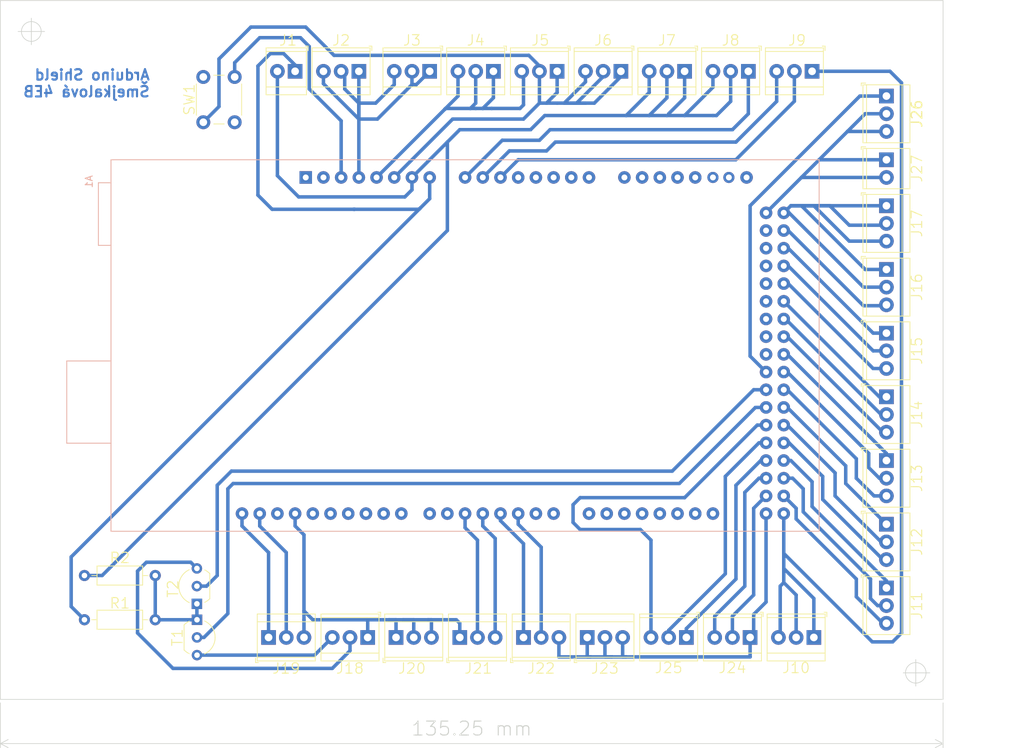
<source format=kicad_pcb>
(kicad_pcb (version 20221018) (generator pcbnew)
  (layers (0 "F.Cu" signal) (31 "B.Cu" signal) (34 "B.Paste" user) (35 "F.Paste" user) (36 "B.SilkS" user "B.Silkscreen") (37 "F.SilkS" user "F.Silkscreen") (38 "B.Mask" user) (39 "F.Mask" user) (44 "Edge.Cuts" user))
  (net 0 "")
  (net 3 "Net-(A1-PadRESET)")
  (net 4 "Net-(J22-Pin_2)")
  (net 5 "Net-(J22-Pin_1)")
  (net 6 "Net-(A1-+3V3)")
  (net 7 "Net-(J21-Pin_3)")
  (net 8 "Net-(J21-Pin_2)")
  (net 9 "Net-(A1-+5V_1)")
  (net 10 "Net-(A1-+5V_2)")
  (net 24 "Net-(A1-+5V_3)")
  (net 25 "Net-(J24-Pin_2)")
  (net 26 "Net-(J11-Pin_3)")
  (net 28 "Net-(J24-Pin_3)")
  (net 30 "Net-(J11-Pin_2)")
  (net 33 "Net-(J25-Pin_1)")
  (net 35 "Net-(J11-Pin_1)")
  (net 37 "Net-(J25-Pin_2)")
  (net 39 "Net-(J12-Pin_3)")
  (net 41 "Net-(J25-Pin_3)")
  (net 42 "Net-(J12-Pin_2)")
  (net 43 "Net-(J26-Pin_1)")
  (net 44 "Net-(J12-Pin_1)")
  (net 45 "Net-(T1-B)")
  (net 46 "Net-(J13-Pin_3)")
  (net 47 "Net-(T2-B)")
  (net 48 "Net-(J13-Pin_2)")
  (net 49 "Net-(J13-Pin_1)")
  (net 50 "Net-(J14-Pin_3)")
  (net 51 "Net-(J14-Pin_2)")
  (net 52 "Net-(J14-Pin_1)")
  (net 53 "Net-(J15-Pin_3)")
  (net 54 "Net-(J15-Pin_2)")
  (net 55 "Net-(J15-Pin_1)")
  (net 56 "Net-(J16-Pin_3)")
  (net 57 "Net-(J8-Pin_1)")
  (net 58 "Net-(J9-Pin_3)")
  (net 59 "Net-(J5-Pin_1)")
  (net 70 "Net-(J18-Pin_1)")
  (net 71 "Net-(J26-Pin_2)")
  (net 72 "Net-(J16-Pin_1)")
  (net 81 "Net-(J19-Pin_1)")
  (net 83 "Net-(J19-Pin_2)")
  (net 84 "Net-(J9-Pin_2)")
  (net 85 "Net-(J18-Pin_2)")
  (net 86 "Net-(J18-Pin_3)")
  (net 87 "Net-(T1-C)")
  (net 88 "Net-(J1-Pin_2)")
  (net 89 "Net-(J1-Pin_1)")
  (footprint "TerminalBlock_TE-Connectivity:TerminalBlock_TE_282834-3_1x03_P2.54mm_Horizontal" (layer "F.Cu") (at 121.666 135.255)
    (fp_text reference "J19")
    (fp_text value "GND3")
  )
  (footprint "TerminalBlock_TE-Connectivity:TerminalBlock_TE_282834-3_1x03_P2.54mm_Horizontal" (layer "F.Cu") (at 210.312 118.999 -90)
    (fp_text reference "J12")
    (fp_text value "Koleje")
  )
  (footprint "TerminalBlock_TE-Connectivity:TerminalBlock_TE_282834-3_1x03_P2.54mm_Horizontal" (layer "F.Cu") (at 210.312 57.531 -90)
    (fp_text reference "J26")
    (fp_text value "GND4")
  )
  (footprint "TerminalBlock_TE-Connectivity:TerminalBlock_TE_282834-3_1x03_P2.54mm_Horizontal" (layer "F.Cu") (at 153.924 53.975 180)
    (fp_text reference "J4")
    (fp_text value "5V")
  )
  (footprint "TerminalBlock_TE-Connectivity:TerminalBlock_TE_282834-3_1x03_P2.54mm_Horizontal" (layer "F.Cu") (at 210.312 91.567 -90)
    (fp_text reference "J15")
    (fp_text value "GND")
  )
  (footprint "TerminalBlock_TE-Connectivity:TerminalBlock_TE_282834-3_1x03_P2.54mm_Horizontal" (layer "F.Cu") (at 210.312 82.423 -90)
    (fp_text reference "J16")
    (fp_text value "Analog")
  )
  (footprint "Resistor_THT:R_Axial_DIN0207_L6.3mm_D2.5mm_P10.16mm_Horizontal" (layer "F.Cu") (at 105.41 126.365 180)
    (fp_text reference "R2")
    (fp_text value "440R")
  )
  (footprint "Package_TO_SOT_THT:TO-92_Inline_Wide" (layer "F.Cu") (at 111.4 132.715 -90)
    (fp_text reference "T1")
    (fp_text value "BC547")
  )
  (footprint "Button_Switch_THT:SW_PUSH_6mm_H4.3mm" (layer "F.Cu") (at 112.304 61.289 90)
    (fp_text reference "SW1")
    (fp_text value "~")
  )
  (footprint "TerminalBlock_TE-Connectivity:TerminalBlock_TE_282834-3_1x03_P2.54mm_Horizontal" (layer "F.Cu") (at 139.954 135.255)
    (fp_text reference "J20")
    (fp_text value "GND")
  )
  (footprint "TerminalBlock_TE-Connectivity:TerminalBlock_TE_282834-3_1x03_P2.54mm_Horizontal" (layer "F.Cu") (at 210.312 100.711 -90)
    (fp_text reference "J14")
    (fp_text value "Analog")
  )
  (footprint "Package_TO_SOT_THT:TO-92_Inline_Wide" (layer "F.Cu") (at 111.383547 130.429 90)
    (fp_text reference "T2")
    (fp_text value "BC547")
  )
  (footprint "TerminalBlock_TE-Connectivity:TerminalBlock_TE_282834-3_1x03_P2.54mm_Horizontal" (layer "F.Cu") (at 190.754 135.255 180)
    (fp_text reference "J24")
    (fp_text value "Tlacitka")
  )
  (footprint "TerminalBlock_TE-Connectivity:TerminalBlock_TE_282834-3_1x03_P2.54mm_Horizontal" (layer "F.Cu") (at 158.242 135.255)
    (fp_text reference "J22")
    (fp_text value "5V2")
  )
  (footprint "TerminalBlock_TE-Connectivity:TerminalBlock_TE_282834-3_1x03_P2.54mm_Horizontal" (layer "F.Cu") (at 210.312 109.855 -90)
    (fp_text reference "J13")
    (fp_text value "Analog")
  )
  (footprint "TerminalBlock_TE-Connectivity:TerminalBlock_TE_282834-3_1x03_P2.54mm_Horizontal" (layer "F.Cu") (at 144.78 53.975 180)
    (fp_text reference "J3")
    (fp_text value "3,3V")
  )
  (footprint "TerminalBlock_TE-Connectivity:TerminalBlock_TE_282834-3_1x03_P2.54mm_Horizontal" (layer "F.Cu") (at 210.312 128.143 -90)
    (fp_text reference "J11")
    (fp_text value "Koleje")
  )
  (footprint "TerminalBlock_TE-Connectivity:TerminalBlock_TE_282834-3_1x03_P2.54mm_Horizontal" (layer "F.Cu") (at 181.61 135.255 180)
    (fp_text reference "J25")
    (fp_text value "+3")
  )
  (footprint "TerminalBlock_TE-Connectivity:TerminalBlock_TE_282834-3_1x03_P2.54mm_Horizontal" (layer "F.Cu") (at 199.644 53.975 180)
    (fp_text reference "J9")
    (fp_text value "5V3")
  )
  (footprint "TerminalBlock_TE-Connectivity:TerminalBlock_TE_282834-3_1x03_P2.54mm_Horizontal" (layer "F.Cu") (at 199.898 135.255 180)
    (fp_text reference "J10")
    (fp_text value "Koleje")
  )
  (footprint "TerminalBlock_TE-Connectivity:TerminalBlock_TE_282834-3_1x03_P2.54mm_Horizontal" (layer "F.Cu") (at 149.098 135.255)
    (fp_text reference "J21")
    (fp_text value "Driver")
  )
  (footprint "TerminalBlock_TE-Connectivity:TerminalBlock_TE_282834-3_1x03_P2.54mm_Horizontal" (layer "F.Cu") (at 135.89 135.255 180)
    (fp_text reference "J18")
    (fp_text value "GND3")
  )
  (footprint "TerminalBlock_TE-Connectivity:TerminalBlock_TE_282834-3_1x03_P2.54mm_Horizontal" (layer "F.Cu") (at 181.356 53.975 180)
    (fp_text reference "J7")
    (fp_text value "GND2")
  )
  (footprint "TerminalBlock_TE-Connectivity:TerminalBlock_TE_282834-3_1x03_P2.54mm_Horizontal" (layer "F.Cu") (at 172.212 53.975 180)
    (fp_text reference "J6")
    (fp_text value "GND1")
  )
  (footprint "TerminalBlock_TE-Connectivity:TerminalBlock_TE_282834-2_1x02_P2.54mm_Horizontal" (layer "F.Cu") (at 125.476 53.975 180)
    (fp_text reference "J1")
    (fp_text value "~")
  )
  (footprint "TerminalBlock_TE-Connectivity:TerminalBlock_TE_282834-2_1x02_P2.54mm_Horizontal" (layer "F.Cu") (at 210.312 66.675 -90)
    (fp_text reference "J27")
    (fp_text value "GND4")
  )
  (footprint "TerminalBlock_TE-Connectivity:TerminalBlock_TE_282834-3_1x03_P2.54mm_Horizontal" (layer "F.Cu") (at 190.5 53.975 180)
    (fp_text reference "J8")
    (fp_text value "l")
  )
  (footprint "TerminalBlock_TE-Connectivity:TerminalBlock_TE_282834-3_1x03_P2.54mm_Horizontal" (layer "F.Cu") (at 210.312 73.279 -90)
    (fp_text reference "J17")
    (fp_text value "Analog")
  )
  (footprint "TerminalBlock_TE-Connectivity:TerminalBlock_TE_282834-3_1x03_P2.54mm_Horizontal" (layer "F.Cu") (at 167.386 135.255)
    (fp_text reference "J23")
    (fp_text value "Driver")
  )
  (footprint "TerminalBlock_TE-Connectivity:TerminalBlock_TE_282834-3_1x03_P2.54mm_Horizontal" (layer "F.Cu") (at 163.068 53.975 180)
    (fp_text reference "J5")
    (fp_text value "GND")
  )
  (footprint "Resistor_THT:R_Axial_DIN0207_L6.3mm_D2.5mm_P10.16mm_Horizontal" (layer "F.Cu") (at 95.25 132.715)
    (fp_text reference "R1")
    (fp_text value "220R")
  )
  (footprint "TerminalBlock_TE-Connectivity:TerminalBlock_TE_282834-3_1x03_P2.54mm_Horizontal" (layer "F.Cu") (at 134.62 53.975 180)
    (fp_text reference "J2")
    (fp_text value "3,3V")
  )
  (footprint "Arduino MEGA:ARDUINO_A000067" (layer "B.Cu") (at 149.86 93.345 -90)
    (fp_text reference "A1")
    (fp_text value "A000067")
  )
  (gr_line (start 87.63 50.165) (end 87.63 46.355) (stroke (width 0.1)) (layer "Edge.Cuts"))
  (gr_circle (center 214.521051 140.335) (end 215.265 139.065) (stroke (width 0.1)) (fill none) (layer "Edge.Cuts"))
  (gr_circle (center 87.63 48.26) (end 88.265 46.99) (stroke (width 0.1)) (fill none) (layer "Edge.Cuts"))
  (gr_line (start 85.725 48.26) (end 89.535 48.26) (stroke (width 0.1)) (layer "Edge.Cuts"))
  (gr_line (start 214.521051 142.24) (end 214.521051 138.43) (stroke (width 0.1)) (layer "Edge.Cuts"))
  (gr_rect (start 83.185 43.815) (end 218.44 144.145) (stroke (width 0.1)) (fill none) (layer "Edge.Cuts"))
  (gr_line (start 212.725 140.335) (end 216.535 140.335) (stroke (width 0.1)) (layer "Edge.Cuts"))
  (gr_text "Arduino Shield\nŠmejkalová 4EB" (at 104.775 57.785) (layer "B.Cu") (effects (font (size 1.5 1.5) (thickness 0.3) bold) (justify left bottom mirror)))
  (dimension (type aligned) (layer "Edge.Cuts") (pts (xy 83.185 144.145) (xy 218.44 144.145)) (height 6.349999) (gr_text "135,25 mm" (at 150.8125 148.344999) (layer "Edge.Cuts") (effects (font (size 2 2) (thickness 0.15)))) (format (prefix "") (suffix "") (units 3) (units_format 1) (precision 2)) (style (thickness 0.1) (arrow_length 1.27) (text_position_mode 0) (extension_height 0.58642) (extension_offset 0.5) keep_text_aligned))
  (segment (start 116.804 54.789) (end 116.804 52.741) (width 0.5) (layer "B.Cu") (net 3))
  (segment (start 126.238 49.149) (end 120.396 49.149) (width 0.5) (layer "B.Cu") (net 3))
  (segment (start 127.508 50.419) (end 126.238 49.149) (width 0.5) (layer "B.Cu") (net 3))
  (segment (start 127.508 56.515) (end 127.508 50.419) (width 0.5) (layer "B.Cu") (net 3))
  (segment (start 132.08 69.215) (end 132.08 61.087) (width 0.5) (layer "B.Cu") (net 3))
  (segment (start 132.08 61.087) (end 127.508 56.515) (width 0.5) (layer "B.Cu") (net 3))
  (segment (start 116.804 52.741) (end 120.396 49.149) (width 0.5) (layer "B.Cu") (net 3))
  (segment (start 160.782 135.255) (end 160.782 122.301) (width 0.5) (layer "B.Cu") (net 4))
  (segment (start 157.48 118.999) (end 157.48 117.475) (width 0.5) (layer "B.Cu") (net 4))
  (segment (start 160.782 122.301) (end 157.48 118.999) (width 0.5) (layer "B.Cu") (net 4))
  (segment (start 158.242 135.255) (end 158.242 121.793) (width 0.5) (layer "B.Cu") (net 5))
  (segment (start 158.242 121.793) (end 154.94 118.491) (width 0.5) (layer "B.Cu") (net 5))
  (segment (start 154.94 118.491) (end 154.94 117.475) (width 0.5) (layer "B.Cu") (net 5))
  (segment (start 132.588 56.515) (end 134.62 58.547) (width 0.5) (layer "B.Cu") (net 6))
  (segment (start 139.7 55.88) (end 137.033 58.547) (width 0.5) (layer "B.Cu") (net 6))
  (segment (start 134.62 57.277) (end 134.62 69.215) (width 0.5) (layer "B.Cu") (net 6))
  (segment (start 137.287 60.833) (end 134.62 60.833) (width 0.5) (layer "B.Cu") (net 6))
  (segment (start 134.62 53.975) (end 134.62 56.261) (width 0.5) (layer "B.Cu") (net 6))
  (segment (start 142.24 55.88) (end 137.287 60.833) (width 0.5) (layer "B.Cu") (net 6))
  (segment (start 132.588 54.483) (end 132.588 56.515) (width 0.5) (layer "B.Cu") (net 6))
  (segment (start 129.54 55.753) (end 134.62 60.833) (width 0.5) (layer "B.Cu") (net 6))
  (segment (start 142.24 55.88) (end 142.875 55.88) (width 0.5) (layer "B.Cu") (net 6))
  (segment (start 142.24 53.975) (end 142.24 55.88) (width 0.5) (layer "B.Cu") (net 6))
  (segment (start 132.08 53.975) (end 132.588 54.483) (width 0.5) (layer "B.Cu") (net 6))
  (segment (start 139.7 53.975) (end 139.7 55.88) (width 0.5) (layer "B.Cu") (net 6))
  (segment (start 142.875 55.88) (end 144.78 53.975) (width 0.5) (layer "B.Cu") (net 6))
  (segment (start 134.62 56.261) (end 134.62 57.277) (width 0.5) (layer "B.Cu") (net 6))
  (segment (start 134.62 60.833) (end 134.62 58.547) (width 0.5) (layer "B.Cu") (net 6))
  (segment (start 129.54 53.975) (end 129.54 55.753) (width 0.5) (layer "B.Cu") (net 6))
  (segment (start 137.033 58.547) (end 134.62 58.547) (width 0.5) (layer "B.Cu") (net 6))
  (segment (start 134.62 58.547) (end 134.62 57.277) (width 0.5) (layer "B.Cu") (net 6))
  (segment (start 154.178 135.255) (end 154.178 121.031) (width 0.5) (layer "B.Cu") (net 7))
  (segment (start 152.4 119.253) (end 152.4 117.475) (width 0.5) (layer "B.Cu") (net 7))
  (segment (start 154.178 121.031) (end 152.4 119.253) (width 0.5) (layer "B.Cu") (net 7))
  (segment (start 151.638 135.255) (end 151.638 121.285) (width 0.5) (layer "B.Cu") (net 8))
  (segment (start 149.86 119.507) (end 149.86 117.475) (width 0.5) (layer "B.Cu") (net 8))
  (segment (start 151.638 121.285) (end 149.86 119.507) (width 0.5) (layer "B.Cu") (net 8))
  (segment (start 153.924 53.975) (end 153.924 57.785) (width 0.5) (layer "B.Cu") (net 9))
  (segment (start 148.844 57.531) (end 146.939 59.436) (width 0.5) (layer "B.Cu") (net 9))
  (segment (start 147.066 59.309) (end 146.939 59.436) (width 0.5) (layer "B.Cu") (net 9))
  (segment (start 158.242 58.801) (end 157.734 59.309) (width 0.5) (layer "B.Cu") (net 9))
  (segment (start 153.924 57.785) (end 152.4 59.309) (width 0.5) (layer "B.Cu") (net 9))
  (segment (start 150.622 59.309) (end 147.066 59.309) (width 0.5) (layer "B.Cu") (net 9))
  (segment (start 151.384 58.547) (end 150.622 59.309) (width 0.5) (layer "B.Cu") (net 9))
  (segment (start 157.734 59.309) (end 153.67 59.309) (width 0.5) (layer "B.Cu") (net 9))
  (segment (start 151.384 59.309) (end 150.622 59.309) (width 0.5) (layer "B.Cu") (net 9))
  (segment (start 146.939 59.436) (end 137.16 69.215) (width 0.5) (layer "B.Cu") (net 9))
  (segment (start 157.988 53.975) (end 158.242 54.229) (width 0.5) (layer "B.Cu") (net 9))
  (segment (start 152.4 59.309) (end 151.384 59.309) (width 0.5) (layer "B.Cu") (net 9))
  (segment (start 158.242 54.229) (end 158.242 58.801) (width 0.5) (layer "B.Cu") (net 9))
  (segment (start 148.844 53.975) (end 148.844 57.531) (width 0.5) (layer "B.Cu") (net 9))
  (segment (start 153.67 59.309) (end 152.4 59.309) (width 0.5) (layer "B.Cu") (net 9))
  (segment (start 151.384 53.975) (end 151.384 58.547) (width 0.5) (layer "B.Cu") (net 9))
  (segment (start 163.322 135.255) (end 163.322 138.049) (width 0.5) (layer "B.Cu") (net 10))
  (segment (start 190.754 135.255) (end 191.262 134.747) (width 0.5) (layer "B.Cu") (net 10))
  (segment (start 169.926 138.049) (end 170.942 138.049) (width 0.5) (layer "B.Cu") (net 10))
  (segment (start 190.754 138.049) (end 190.754 135.255) (width 0.5) (layer "B.Cu") (net 10))
  (segment (start 167.386 138.049) (end 167.894 138.049) (width 0.5) (layer "B.Cu") (net 10))
  (segment (start 193.04 130.175) (end 193.04 117.475) (width 0.5) (layer "B.Cu") (net 10))
  (segment (start 163.322 138.049) (end 167.894 138.049) (width 0.5) (layer "B.Cu") (net 10))
  (segment (start 172.466 138.049) (end 172.974 138.049) (width 0.5) (layer "B.Cu") (net 10))
  (segment (start 191.262 131.953) (end 193.04 130.175) (width 0.5) (layer "B.Cu") (net 10))
  (segment (start 170.942 138.049) (end 172.974 138.049) (width 0.5) (layer "B.Cu") (net 10))
  (segment (start 172.974 138.049) (end 190.754 138.049) (width 0.5) (layer "B.Cu") (net 10))
  (segment (start 167.894 138.049) (end 170.942 138.049) (width 0.5) (layer "B.Cu") (net 10))
  (segment (start 169.926 135.255) (end 169.926 138.049) (width 0.5) (layer "B.Cu") (net 10))
  (segment (start 167.386 135.255) (end 167.386 138.049) (width 0.5) (layer "B.Cu") (net 10))
  (segment (start 172.466 135.255) (end 172.466 138.049) (width 0.5) (layer "B.Cu") (net 10))
  (segment (start 191.262 134.747) (end 191.262 131.953) (width 0.5) (layer "B.Cu") (net 10))
  (segment (start 199.898 135.255) (end 199.898 129.667) (width 0.5) (layer "B.Cu") (net 24))
  (segment (start 211.201 135.89) (end 208.28 135.89) (width 0.5) (layer "B.Cu") (net 24))
  (segment (start 197.358 135.255) (end 197.358 129.159) (width 0.5) (layer "B.Cu") (net 24))
  (segment (start 208.28 135.89) (end 195.58 123.19) (width 0.5) (layer "B.Cu") (net 24))
  (segment (start 195.072 135.001) (end 195.072 127.889) (width 0.5) (layer "B.Cu") (net 24))
  (segment (start 199.898 129.667) (end 195.58 125.349) (width 0.5) (layer "B.Cu") (net 24))
  (segment (start 212.471 55.626) (end 212.471 134.62) (width 0.5) (layer "B.Cu") (net 24))
  (segment (start 210.82 53.975) (end 212.471 55.626) (width 0.5) (layer "B.Cu") (net 24))
  (segment (start 195.072 127.889) (end 195.58 127.381) (width 0.5) (layer "B.Cu") (net 24))
  (segment (start 197.358 129.159) (end 195.58 127.381) (width 0.5) (layer "B.Cu") (net 24))
  (segment (start 195.58 125.349) (end 195.58 117.475) (width 0.5) (layer "B.Cu") (net 24))
  (segment (start 194.818 135.255) (end 195.072 135.001) (width 0.5) (layer "B.Cu") (net 24))
  (segment (start 199.644 53.975) (end 210.82 53.975) (width 0.5) (layer "B.Cu") (net 24))
  (segment (start 212.471 134.62) (end 211.201 135.89) (width 0.5) (layer "B.Cu") (net 24))
  (segment (start 195.58 123.19) (end 195.58 117.475) (width 0.5) (layer "B.Cu") (net 24))
  (segment (start 195.58 127.381) (end 195.58 125.349) (width 0.5) (layer "B.Cu") (net 24))
  (segment (start 188.214 132.207) (end 191.262 129.159) (width 0.5) (layer "B.Cu") (net 25))
  (segment (start 191.262 129.159) (end 191.262 116.713) (width 0.5) (layer "B.Cu") (net 25))
  (segment (start 191.262 116.713) (end 193.04 114.935) (width 0.5) (layer "B.Cu") (net 25))
  (segment (start 188.214 135.255) (end 188.214 132.207) (width 0.5) (layer "B.Cu") (net 25))
  (segment (start 197.358 118.237) (end 197.358 116.713) (width 0.5) (layer "B.Cu") (net 26))
  (segment (start 205.994 129.413) (end 205.994 126.873) (width 0.5) (layer "B.Cu") (net 26))
  (segment (start 197.358 116.713) (end 195.58 114.935) (width 0.5) (layer "B.Cu") (net 26))
  (segment (start 210.312 133.223) (end 209.804 133.223) (width 0.5) (layer "B.Cu") (net 26))
  (segment (start 209.804 133.223) (end 205.994 129.413) (width 0.5) (layer "B.Cu") (net 26))
  (segment (start 205.994 126.873) (end 197.358 118.237) (width 0.5) (layer "B.Cu") (net 26))
  (segment (start 189.992 127.889) (end 189.992 114.427) (width 0.5) (layer "B.Cu") (net 28))
  (segment (start 192.024 112.395) (end 193.04 112.395) (width 0.5) (layer "B.Cu") (net 28))
  (segment (start 189.992 114.427) (end 192.024 112.395) (width 0.5) (layer "B.Cu") (net 28))
  (segment (start 185.674 132.207) (end 189.992 127.889) (width 0.5) (layer "B.Cu") (net 28))
  (segment (start 185.674 135.255) (end 185.674 132.207) (width 0.5) (layer "B.Cu") (net 28))
  (segment (start 208.026 129.667) (end 208.026 126.873) (width 0.5) (layer "B.Cu") (net 30))
  (segment (start 196.85 112.395) (end 195.58 112.395) (width 0.5) (layer "B.Cu") (net 30))
  (segment (start 198.374 113.919) (end 196.85 112.395) (width 0.5) (layer "B.Cu") (net 30))
  (segment (start 208.026 126.873) (end 198.374 117.221) (width 0.5) (layer "B.Cu") (net 30))
  (segment (start 210.312 130.683) (end 209.042 130.683) (width 0.5) (layer "B.Cu") (net 30))
  (segment (start 209.042 130.683) (end 208.026 129.667) (width 0.5) (layer "B.Cu") (net 30))
  (segment (start 198.374 117.221) (end 198.374 113.919) (width 0.5) (layer "B.Cu") (net 30))
  (segment (start 188.722 126.873) (end 188.722 113.411) (width 0.5) (layer "B.Cu") (net 33))
  (segment (start 181.61 133.985) (end 188.722 126.873) (width 0.5) (layer "B.Cu") (net 33))
  (segment (start 192.278 109.855) (end 193.04 109.855) (width 0.5) (layer "B.Cu") (net 33))
  (segment (start 181.61 135.255) (end 181.61 133.985) (width 0.5) (layer "B.Cu") (net 33))
  (segment (start 188.722 113.411) (end 192.278 109.855) (width 0.5) (layer "B.Cu") (net 33))
  (segment (start 210.312 128.143) (end 210.312 127.127) (width 0.5) (layer "B.Cu") (net 35))
  (segment (start 199.644 112.903) (end 196.596 109.855) (width 0.5) (layer "B.Cu") (net 35))
  (segment (start 199.644 116.459) (end 199.644 112.903) (width 0.5) (layer "B.Cu") (net 35))
  (segment (start 210.312 127.127) (end 199.644 116.459) (width 0.5) (layer "B.Cu") (net 35))
  (segment (start 196.596 109.855) (end 195.58 109.855) (width 0.5) (layer "B.Cu") (net 35))
  (segment (start 179.07 134.239) (end 187.198 126.111) (width 0.5) (layer "B.Cu") (net 37))
  (segment (start 187.198 126.111) (end 187.198 112.141) (width 0.5) (layer "B.Cu") (net 37))
  (segment (start 192.024 107.315) (end 193.04 107.315) (width 0.5) (layer "B.Cu") (net 37))
  (segment (start 179.07 135.255) (end 179.07 134.239) (width 0.5) (layer "B.Cu") (net 37))
  (segment (start 187.198 112.141) (end 192.024 107.315) (width 0.5) (layer "B.Cu") (net 37))
  (segment (start 210.312 124.079) (end 209.804 124.079) (width 0.5) (layer "B.Cu") (net 39))
  (segment (start 209.804 124.079) (end 201.168 115.443) (width 0.5) (layer "B.Cu") (net 39))
  (segment (start 201.168 112.141) (end 196.342 107.315) (width 0.5) (layer "B.Cu") (net 39))
  (segment (start 196.342 107.315) (end 195.58 107.315) (width 0.5) (layer "B.Cu") (net 39))
  (segment (start 201.168 115.443) (end 201.168 112.141) (width 0.5) (layer "B.Cu") (net 39))
  (segment (start 166.37 115.189) (end 165.354 116.205) (width 0.5) (layer "B.Cu") (net 41))
  (segment (start 181.356 115.189) (end 166.37 115.189) (width 0.5) (layer "B.Cu") (net 41))
  (segment (start 165.354 118.745) (end 166.37 119.761) (width 0.5) (layer "B.Cu") (net 41))
  (segment (start 165.354 116.205) (end 165.354 118.745) (width 0.5) (layer "B.Cu") (net 41))
  (segment (start 175.006 119.761) (end 176.53 121.285) (width 0.5) (layer "B.Cu") (net 41))
  (segment (start 176.53 121.285) (end 176.53 135.255) (width 0.5) (layer "B.Cu") (net 41))
  (segment (start 193.04 104.775) (end 191.77 104.775) (width 0.5) (layer "B.Cu") (net 41))
  (segment (start 166.37 119.761) (end 175.006 119.761) (width 0.5) (layer "B.Cu") (net 41))
  (segment (start 191.77 104.775) (end 181.356 115.189) (width 0.5) (layer "B.Cu") (net 41))
  (segment (start 196.088 104.775) (end 195.58 104.775) (width 0.5) (layer "B.Cu") (net 42))
  (segment (start 209.55 121.539) (end 202.946 114.935) (width 0.5) (layer "B.Cu") (net 42))
  (segment (start 202.946 111.633) (end 196.088 104.775) (width 0.5) (layer "B.Cu") (net 42))
  (segment (start 202.946 114.935) (end 202.946 111.633) (width 0.5) (layer "B.Cu") (net 42))
  (segment (start 210.312 121.539) (end 209.55 121.539) (width 0.5) (layer "B.Cu") (net 42))
  (segment (start 206.502 57.531) (end 190.754 73.279) (width 0.5) (layer "B.Cu") (net 43))
  (segment (start 190.754 73.279) (end 190.754 94.869) (width 0.5) (layer "B.Cu") (net 43))
  (segment (start 190.754 94.869) (end 193.04 97.155) (width 0.5) (layer "B.Cu") (net 43))
  (segment (start 210.312 57.531) (end 206.502 57.531) (width 0.5) (layer "B.Cu") (net 43))
  (segment (start 196.088 102.235) (end 195.58 102.235) (width 0.5) (layer "B.Cu") (net 44))
  (segment (start 204.47 110.617) (end 196.088 102.235) (width 0.5) (layer "B.Cu") (net 44))
  (segment (start 204.47 113.157) (end 204.47 110.617) (width 0.5) (layer "B.Cu") (net 44))
  (segment (start 210.312 118.999) (end 204.47 113.157) (width 0.5) (layer "B.Cu") (net 44))
  (segment (start 115.824 113.919) (end 115.824 131.826) (width 0.5) (layer "B.Cu") (net 45))
  (segment (start 115.824 131.826) (end 112.395 135.255) (width 0.5) (layer "B.Cu") (net 45))
  (segment (start 112.395 135.255) (end 111.4 135.255) (width 0.5) (layer "B.Cu") (net 45))
  (segment (start 180.594 113.157) (end 116.586 113.157) (width 0.5) (layer "B.Cu") (net 45))
  (segment (start 191.516 102.235) (end 180.594 113.157) (width 0.5) (layer "B.Cu") (net 45))
  (segment (start 193.04 102.235) (end 191.516 102.235) (width 0.5) (layer "B.Cu") (net 45))
  (segment (start 116.586 113.157) (end 115.824 113.919) (width 0.5) (layer "B.Cu") (net 45))
  (segment (start 208.534 114.935) (end 205.994 112.395) (width 0.5) (layer "B.Cu") (net 46))
  (segment (start 205.994 109.601) (end 196.088 99.695) (width 0.5) (layer "B.Cu") (net 46))
  (segment (start 205.994 112.395) (end 205.994 109.601) (width 0.5) (layer "B.Cu") (net 46))
  (segment (start 196.088 99.695) (end 195.58 99.695) (width 0.5) (layer "B.Cu") (net 46))
  (segment (start 210.312 114.935) (end 208.534 114.935) (width 0.5) (layer "B.Cu") (net 46))
  (segment (start 116.332 111.379) (end 114.3 113.411) (width 0.5) (layer "B.Cu") (net 47))
  (segment (start 112.776 127.889) (end 111.383547 127.889) (width 0.5) (layer "B.Cu") (net 47))
  (segment (start 179.578 111.379) (end 116.332 111.379) (width 0.5) (layer "B.Cu") (net 47))
  (segment (start 193.04 99.695) (end 191.262 99.695) (width 0.5) (layer "B.Cu") (net 47))
  (segment (start 191.262 99.695) (end 179.578 111.379) (width 0.5) (layer "B.Cu") (net 47))
  (segment (start 114.3 126.365) (end 112.776 127.889) (width 0.5) (layer "B.Cu") (net 47))
  (segment (start 114.3 113.411) (end 114.3 126.365) (width 0.5) (layer "B.Cu") (net 47))
  (segment (start 196.088 97.155) (end 195.58 97.155) (width 0.5) (layer "B.Cu") (net 48))
  (segment (start 207.772 108.839) (end 196.088 97.155) (width 0.5) (layer "B.Cu") (net 48))
  (segment (start 207.772 110.871) (end 207.772 108.839) (width 0.5) (layer "B.Cu") (net 48))
  (segment (start 210.312 112.395) (end 209.296 112.395) (width 0.5) (layer "B.Cu") (net 48))
  (segment (start 209.296 112.395) (end 207.772 110.871) (width 0.5) (layer "B.Cu") (net 48))
  (segment (start 210.312 109.855) (end 210.312 108.839) (width 0.5) (layer "B.Cu") (net 49))
  (segment (start 196.088 94.615) (end 195.58 94.615) (width 0.5) (layer "B.Cu") (net 49))
  (segment (start 210.312 108.839) (end 196.088 94.615) (width 0.5) (layer "B.Cu") (net 49))
  (segment (start 210.312 105.791) (end 209.804 105.791) (width 0.5) (layer "B.Cu") (net 50))
  (segment (start 196.088 92.075) (end 195.58 92.075) (width 0.5) (layer "B.Cu") (net 50))
  (segment (start 209.804 105.791) (end 196.088 92.075) (width 0.5) (layer "B.Cu") (net 50))
  (segment (start 209.55 103.251) (end 195.834 89.535) (width 0.5) (layer "B.Cu") (net 51))
  (segment (start 210.312 103.251) (end 209.55 103.251) (width 0.5) (layer "B.Cu") (net 51))
  (segment (start 195.834 89.535) (end 195.58 89.535) (width 0.5) (layer "B.Cu") (net 51))
  (segment (start 210.312 100.711) (end 209.296 100.711) (width 0.5) (layer "B.Cu") (net 52))
  (segment (start 209.296 100.711) (end 195.58 86.995) (width 0.5) (layer "B.Cu") (net 52))
  (segment (start 208.407 96.647) (end 196.215 84.455) (width 0.5) (layer "B.Cu") (net 53))
  (segment (start 196.215 84.455) (end 195.58 84.455) (width 0.5) (layer "B.Cu") (net 53))
  (segment (start 210.312 96.647) (end 208.407 96.647) (width 0.5) (layer "B.Cu") (net 53))
  (segment (start 208.407 94.107) (end 196.215 81.915) (width 0.5) (layer "B.Cu") (net 54))
  (segment (start 210.312 94.107) (end 208.407 94.107) (width 0.5) (layer "B.Cu") (net 54))
  (segment (start 196.215 81.915) (end 195.58 81.915) (width 0.5) (layer "B.Cu") (net 54))
  (segment (start 210.312 91.567) (end 208.407 91.567) (width 0.5) (layer "B.Cu") (net 55))
  (segment (start 196.215 79.375) (end 195.58 79.375) (width 0.5) (layer "B.Cu") (net 55))
  (segment (start 208.407 91.567) (end 196.215 79.375) (width 0.5) (layer "B.Cu") (net 55))
  (segment (start 209.677 87.63) (end 207.01 87.63) (width 0.5) (layer "B.Cu") (net 56))
  (segment (start 196.215 76.835) (end 195.58 76.835) (width 0.5) (layer "B.Cu") (net 56))
  (segment (start 210.312 87.503) (end 209.804 87.503) (width 0.5) (layer "B.Cu") (net 56))
  (segment (start 207.01 87.63) (end 196.215 76.835) (width 0.5) (layer "B.Cu") (net 56))
  (segment (start 209.804 87.503) (end 209.677 87.63) (width 0.5) (layer "B.Cu") (net 56))
  (segment (start 188.214 62.357) (end 162.052 62.357) (width 0.5) (layer "B.Cu") (net 57))
  (segment (start 162.052 62.357) (end 160.528 63.881) (width 0.5) (layer "B.Cu") (net 57))
  (segment (start 160.528 63.881) (end 155.194 63.881) (width 0.5) (layer "B.Cu") (net 57))
  (segment (start 190.5 60.071) (end 188.214 62.357) (width 0.5) (layer "B.Cu") (net 57))
  (segment (start 190.5 53.975) (end 190.5 60.071) (width 0.5) (layer "B.Cu") (net 57))
  (segment (start 155.194 63.881) (end 149.86 69.215) (width 0.5) (layer "B.Cu") (net 57))
  (segment (start 156.21 65.405) (end 152.4 69.215) (width 0.5) (layer "B.Cu") (net 58))
  (segment (start 188.722 64.135) (end 162.814 64.135) (width 0.5) (layer "B.Cu") (net 58))
  (segment (start 161.544 65.405) (end 156.21 65.405) (width 0.5) (layer "B.Cu") (net 58))
  (segment (start 162.814 64.135) (end 161.544 65.405) (width 0.5) (layer "B.Cu") (net 58))
  (segment (start 194.564 53.975) (end 194.564 58.293) (width 0.5) (layer "B.Cu") (net 58))
  (segment (start 194.564 58.293) (end 188.722 64.135) (width 0.5) (layer "B.Cu") (net 58))
  (segment (start 119.126 47.625) (end 127 47.625) (width 0.5) (layer "B.Cu") (net 59))
  (segment (start 160.528 53.213) (end 160.528 53.975) (width 0.5) (layer "B.Cu") (net 59))
  (segment (start 163.068 58.547) (end 161.544 58.547) (width 0.5) (layer "B.Cu") (net 59))
  (segment (start 172.212 54.737) (end 168.402 58.547) (width 0.5) (layer "B.Cu") (net 59))
  (segment (start 161.544 58.547) (end 160.528 58.547) (width 0.5) (layer "B.Cu") (net 59))
  (segment (start 165.862 58.547) (end 165.354 58.547) (width 0.5) (layer "B.Cu") (net 59))
  (segment (start 169.672 54.737) (end 165.862 58.547) (width 0.5) (layer "B.Cu") (net 59))
  (segment (start 167.132 53.975) (end 167.132 55.499) (width 0.5) (layer "B.Cu") (net 59))
  (segment (start 114.554 59.039) (end 114.554 52.197) (width 0.5) (layer "B.Cu") (net 59))
  (segment (start 164.084 58.547) (end 167.132 58.547) (width 0.5) (layer "B.Cu") (net 59))
  (segment (start 127 47.625) (end 131.064 51.689) (width 0.5) (layer "B.Cu") (net 59))
  (segment (start 159.004 51.689) (end 160.528 53.213) (width 0.5) (layer "B.Cu") (net 59))
  (segment (start 114.554 52.197) (end 119.126 47.625) (width 0.5) (layer "B.Cu") (net 59))
  (segment (start 158.242 60.833) (end 148.082 60.833) (width 0.5) (layer "B.Cu") (net 59))
  (segment (start 160.528 58.547) (end 158.242 60.833) (width 0.5) (layer "B.Cu") (net 59))
  (segment (start 168.402 58.547) (end 167.132 58.547) (width 0.5) (layer "B.Cu") (net 59))
  (segment (start 160.528 53.975) (end 160.528 58.547) (width 0.5) (layer "B.Cu") (net 59))
  (segment (start 163.068 53.975) (end 163.068 57.023) (width 0.5) (layer "B.Cu") (net 59))
  (segment (start 112.304 61.289) (end 114.554 59.039) (width 0.5) (layer "B.Cu") (net 59))
  (segment (start 169.672 53.975) (end 169.672 54.737) (width 0.5) (layer "B.Cu") (net 59))
  (segment (start 167.132 55.499) (end 164.084 58.547) (width 0.5) (layer "B.Cu") (net 59))
  (segment (start 163.068 57.023) (end 161.544 58.547) (width 0.5) (layer "B.Cu") (net 59))
  (segment (start 167.132 58.547) (end 163.068 58.547) (width 0.5) (layer "B.Cu") (net 59))
  (segment (start 131.064 51.689) (end 159.004 51.689) (width 0.5) (layer "B.Cu") (net 59))
  (segment (start 172.212 53.975) (end 172.212 54.737) (width 0.5) (layer "B.Cu") (net 59))
  (segment (start 148.082 60.833) (end 139.7 69.215) (width 0.5) (layer "B.Cu") (net 59))
  (segment (start 139.954 135.255) (end 139.954 132.715) (width 0.5) (layer "B.Cu") (net 70))
  (segment (start 125.476 117.475) (end 125.476 119.253) (width 0.5) (layer "B.Cu") (net 70))
  (segment (start 144.526 132.715) (end 140.97 132.715) (width 0.5) (layer "B.Cu") (net 70))
  (segment (start 128.016 132.715) (end 126.746 131.445) (width 0.5) (layer "B.Cu") (net 70))
  (segment (start 135.89 135.255) (end 135.89 132.715) (width 0.5) (layer "B.Cu") (net 70))
  (segment (start 126.746 120.523) (end 126.746 132.715) (width 0.5) (layer "B.Cu") (net 70))
  (segment (start 125.476 119.253) (end 126.746 120.523) (width 0.5) (layer "B.Cu") (net 70))
  (segment (start 148.59 132.715) (end 144.526 132.715) (width 0.5) (layer "B.Cu") (net 70))
  (segment (start 149.098 133.223) (end 148.59 132.715) (width 0.5) (layer "B.Cu") (net 70))
  (segment (start 145.034 135.255) (end 145.034 132.715) (width 0.5) (layer "B.Cu") (net 70))
  (segment (start 145.034 132.715) (end 144.526 132.715) (width 0.5) (layer "B.Cu") (net 70))
  (segment (start 142.494 132.715) (end 140.97 132.715) (width 0.5) (layer "B.Cu") (net 70))
  (segment (start 142.494 135.255) (end 142.494 132.715) (width 0.5) (layer "B.Cu") (net 70))
  (segment (start 126.746 132.715) (end 126.746 135.255) (width 0.5) (layer "B.Cu") (net 70))
  (segment (start 140.97 132.715) (end 138.938 132.715) (width 0.5) (layer "B.Cu") (net 70))
  (segment (start 138.938 132.715) (end 135.636 132.715) (width 0.5) (layer "B.Cu") (net 70))
  (segment (start 149.098 135.255) (end 149.098 133.223) (width 0.5) (layer "B.Cu") (net 70))
  (segment (start 139.954 132.715) (end 138.938 132.715) (width 0.5) (layer "B.Cu") (net 70))
  (segment (start 135.89 132.715) (end 135.636 132.715) (width 0.5) (layer "B.Cu") (net 70))
  (segment (start 135.636 132.715) (end 128.016 132.715) (width 0.5) (layer "B.Cu") (net 70))
  (segment (start 210.312 62.611) (end 204.724 62.611) (width 0.5) (layer "B.Cu") (net 71))
  (segment (start 210.312 60.071) (end 207.264 60.071) (width 0.5) (layer "B.Cu") (net 71))
  (segment (start 210.312 69.215) (end 198.12 69.215) (width 0.5) (layer "B.Cu") (net 71))
  (segment (start 210.312 66.675) (end 200.66 66.675) (width 0.5) (layer "B.Cu") (net 71))
  (segment (start 198.12 69.215) (end 193.04 74.295) (width 0.5) (layer "B.Cu") (net 71))
  (segment (start 207.264 60.071) (end 204.724 62.611) (width 0.5) (layer "B.Cu") (net 71))
  (segment (start 200.66 66.675) (end 198.12 69.215) (width 0.5) (layer "B.Cu") (net 71))
  (segment (start 204.724 62.611) (end 200.66 66.675) (width 0.5) (layer "B.Cu") (net 71))
  (segment (start 210.312 75.819) (end 210.058 76.073) (width 0.5) (layer "B.Cu") (net 72))
  (segment (start 207.264 82.423) (end 198.12 73.279) (width 0.5) (layer "B.Cu") (net 72))
  (segment (start 204.978 76.073) (end 202.184 73.279) (width 0.5) (layer "B.Cu") (net 72))
  (segment (start 207.01 84.963) (end 196.342 74.295) (width 0.5) (layer "B.Cu") (net 72))
  (segment (start 196.596 73.279) (end 195.58 74.295) (width 0.5) (layer "B.Cu") (net 72))
  (segment (start 210.058 76.073) (end 204.978 76.073) (width 0.5) (layer "B.Cu") (net 72))
  (segment (start 210.312 84.963) (end 207.01 84.963) (width 0.5) (layer "B.Cu") (net 72))
  (segment (start 199.898 73.279) (end 196.596 73.279) (width 0.5) (layer "B.Cu") (net 72))
  (segment (start 202.184 73.279) (end 196.596 73.279) (width 0.5) (layer "B.Cu") (net 72))
  (segment (start 204.978 78.359) (end 199.898 73.279) (width 0.5) (layer "B.Cu") (net 72))
  (segment (start 198.12 73.279) (end 196.596 73.279) (width 0.5) (layer "B.Cu") (net 72))
  (segment (start 196.342 74.295) (end 195.58 74.295) (width 0.5) (layer "B.Cu") (net 72))
  (segment (start 210.312 73.279) (end 198.12 73.279) (width 0.5) (layer "B.Cu") (net 72))
  (segment (start 210.312 78.359) (end 204.978 78.359) (width 0.5) (layer "B.Cu") (net 72))
  (segment (start 210.312 82.423) (end 207.264 82.423) (width 0.5) (layer "B.Cu") (net 72))
  (segment (start 121.666 123.063) (end 117.856 119.253) (width 0.5) (layer "B.Cu") (net 81))
  (segment (start 117.856 119.253) (end 117.856 117.475) (width 0.5) (layer "B.Cu") (net 81))
  (segment (start 121.666 135.255) (end 121.666 123.063) (width 0.5) (layer "B.Cu") (net 81))
  (segment (start 124.206 135.255) (end 124.206 123.063) (width 0.5) (layer "B.Cu") (net 83))
  (segment (start 120.396 119.253) (end 120.396 117.475) (width 0.5) (layer "B.Cu") (net 83))
  (segment (start 124.206 123.063) (end 120.396 119.253) (width 0.5) (layer "B.Cu") (net 83))
  (segment (start 157.48 66.675) (end 154.94 69.215) (width 0.5) (layer "B.Cu") (net 84))
  (segment (start 188.708975 66.675) (end 157.48 66.675) (width 0.5) (layer "B.Cu") (net 84))
  (segment (start 197.104 58.279975) (end 188.708975 66.675) (width 0.5) (layer "B.Cu") (net 84))
  (segment (start 197.104 53.975) (end 197.104 58.279975) (width 0.5) (layer "B.Cu") (net 84))
  (segment (start 133.35 137.16) (end 133.35 135.255) (width 0.5) (layer "B.Cu") (net 85))
  (segment (start 130.81 139.7) (end 133.35 137.16) (width 0.5) (layer "B.Cu") (net 85))
  (segment (start 110.494547 124.46) (end 104.14 124.46) (width 0.5) (layer "B.Cu") (net 85))
  (segment (start 102.87 134.62) (end 107.95 139.7) (width 0.5) (layer "B.Cu") (net 85))
  (segment (start 104.14 124.46) (end 102.87 125.73) (width 0.5) (layer "B.Cu") (net 85))
  (segment (start 102.87 125.73) (end 102.87 134.62) (width 0.5) (layer "B.Cu") (net 85))
  (segment (start 111.383547 125.349) (end 110.494547 124.46) (width 0.5) (layer "B.Cu") (net 85))
  (segment (start 107.95 139.7) (end 130.81 139.7) (width 0.5) (layer "B.Cu") (net 85))
  (segment (start 128.27 137.795) (end 128.5875 137.4775) (width 0.5) (layer "B.Cu") (net 86))
  (segment (start 111.4 137.795) (end 128.27 137.795) (width 0.5) (layer "B.Cu") (net 86))
  (segment (start 130.81 135.255) (end 128.5875 137.4775) (width 0.5) (layer "B.Cu") (net 86))
  (segment (start 111.383547 130.429) (end 111.383547 132.698547) (width 0.5) (layer "B.Cu") (net 87))
  (segment (start 111.4 132.715) (end 105.41 132.715) (width 0.5) (layer "B.Cu") (net 87))
  (segment (start 111.383547 132.698547) (end 111.4 132.715) (width 0.5) (layer "B.Cu") (net 87))
  (segment (start 111.4 130.445453) (end 111.383547 130.429) (width 0.5) (layer "B.Cu") (net 87))
  (segment (start 105.41 132.715) (end 105.41 126.365) (width 0.5) (layer "B.Cu") (net 87))
  (segment (start 95.25 126.365) (end 97.79 126.365) (width 0.5) (layer "B.Cu") (net 88))
  (segment (start 181.356 53.975) (end 181.356 57.785) (width 0.5) (layer "B.Cu") (net 88))
  (segment (start 185.42 56.261) (end 181.356 60.325) (width 0.5) (layer "B.Cu") (net 88))
  (segment (start 142.24 70.993) (end 141.224 72.009) (width 0.5) (layer "B.Cu") (net 88))
  (segment (start 159.258 62.357) (end 149.098 62.357) (width 0.5) (layer "B.Cu") (net 88))
  (segment (start 176.276 57.023) (end 172.974 60.325) (width 0.5) (layer "B.Cu") (net 88))
  (segment (start 181.356 60.325) (end 178.816 60.325) (width 0.5) (layer "B.Cu") (net 88))
  (segment (start 178.816 53.975) (end 178.816 57.785) (width 0.5) (layer "B.Cu") (net 88))
  (segment (start 187.96 58.293) (end 185.928 60.325) (width 0.5) (layer "B.Cu") (net 88))
  (segment (start 181.356 57.785) (end 179.07 60.071) (width 0.5) (layer "B.Cu") (net 88))
  (segment (start 149.098 62.357) (end 147.32 64.135) (width 0.5) (layer "B.Cu") (net 88))
  (segment (start 176.276 53.975) (end 176.276 57.023) (width 0.5) (layer "B.Cu") (net 88))
  (segment (start 147.32 76.835) (end 147.32 64.135) (width 0.5) (layer "B.Cu") (net 88))
  (segment (start 147.32 64.135) (end 142.24 69.215) (width 0.5) (layer "B.Cu") (net 88))
  (segment (start 187.96 53.975) (end 187.96 58.293) (width 0.5) (layer "B.Cu") (net 88))
  (segment (start 141.224 72.009) (end 125.984 72.009) (width 0.5) (layer "B.Cu") (net 88))
  (segment (start 178.816 60.325) (end 176.276 60.325) (width 0.5) (layer "B.Cu") (net 88))
  (segment (start 178.816 57.785) (end 176.276 60.325) (width 0.5) (layer "B.Cu") (net 88))
  (segment (start 142.24 69.215) (end 142.24 70.993) (width 0.5) (layer "B.Cu") (net 88))
  (segment (start 185.42 60.325) (end 181.356 60.325) (width 0.5) (layer "B.Cu") (net 88))
  (segment (start 97.79 126.365) (end 147.32 76.835) (width 0.5) (layer "B.Cu") (net 88))
  (segment (start 185.928 60.325) (end 185.42 60.325) (width 0.5) (layer "B.Cu") (net 88))
  (segment (start 161.29 60.325) (end 159.258 62.357) (width 0.5) (layer "B.Cu") (net 88))
  (segment (start 125.984 72.009) (end 122.936 68.961) (width 0.5) (layer "B.Cu") (net 88))
  (segment (start 122.936 68.961) (end 122.936 53.975) (width 0.5) (layer "B.Cu") (net 88))
  (segment (start 185.42 53.975) (end 185.42 56.261) (width 0.5) (layer "B.Cu") (net 88))
  (segment (start 176.276 60.325) (end 172.974 60.325) (width 0.5) (layer "B.Cu") (net 88))
  (segment (start 172.974 60.325) (end 161.29 60.325) (width 0.5) (layer "B.Cu") (net 88))
  (segment (start 120.142 71.755) (end 120.142 53.213) (width 0.5) (layer "B.Cu") (net 89))
  (segment (start 133.858 73.787) (end 133.985 73.787) (width 0.5) (layer "B.Cu") (net 89))
  (segment (start 120.142 53.213) (end 121.92 51.435) (width 0.5) (layer "B.Cu") (net 89))
  (segment (start 143.4465 73.5965) (end 143.256 73.787) (width 0.5) (layer "B.Cu") (net 89))
  (segment (start 93.345 123.698) (end 143.4465 73.5965) (width 0.5) (layer "B.Cu") (net 89))
  (segment (start 122.174 73.787) (end 120.142 71.755) (width 0.5) (layer "B.Cu") (net 89))
  (segment (start 121.92 51.435) (end 123.825 51.435) (width 0.5) (layer "B.Cu") (net 89))
  (segment (start 95.25 132.715) (end 93.345 130.81) (width 0.5) (layer "B.Cu") (net 89))
  (segment (start 123.825 51.435) (end 125.476 53.086) (width 0.5) (layer "B.Cu") (net 89))
  (segment (start 93.345 130.81) (end 93.345 123.698) (width 0.5) (layer "B.Cu") (net 89))
  (segment (start 133.985 73.787) (end 122.174 73.787) (width 0.5) (layer "B.Cu") (net 89))
  (segment (start 144.78 72.263) (end 143.4465 73.5965) (width 0.5) (layer "B.Cu") (net 89))
  (segment (start 144.78 69.215) (end 144.78 72.263) (width 0.5) (layer "B.Cu") (net 89))
  (segment (start 143.256 73.787) (end 133.985 73.787) (width 0.5) (layer "B.Cu") (net 89))
  (segment (start 125.476 53.086) (end 125.476 53.975) (width 0.5) (layer "B.Cu") (net 89))
)
</source>
